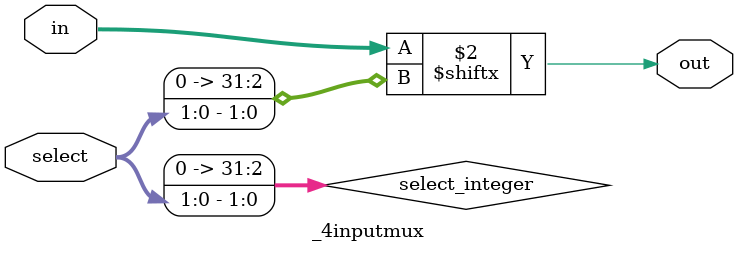
<source format=v>
module _4inputmux(out, in, select );
input[3:0] in;
input[1:0] select;
output out;
integer select_integer;
always@( select )
	select_integer=select;
assign out = in[select_integer];

endmodule
</source>
